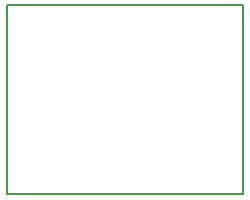
<source format=gm1>
G04 #@! TF.FileFunction,Profile,NP*
%FSLAX46Y46*%
G04 Gerber Fmt 4.6, Leading zero omitted, Abs format (unit mm)*
G04 Created by KiCad (PCBNEW 4.0.4-stable) date Wed Nov  2 21:37:02 2016*
%MOMM*%
%LPD*%
G01*
G04 APERTURE LIST*
%ADD10C,0.100000*%
%ADD11C,0.150000*%
G04 APERTURE END LIST*
D10*
D11*
X138500000Y-94500000D02*
X138500000Y-110500000D01*
X158500000Y-94500000D02*
X138500000Y-94500000D01*
X158500000Y-110500000D02*
X158500000Y-94500000D01*
X138500000Y-110500000D02*
X158500000Y-110500000D01*
M02*

</source>
